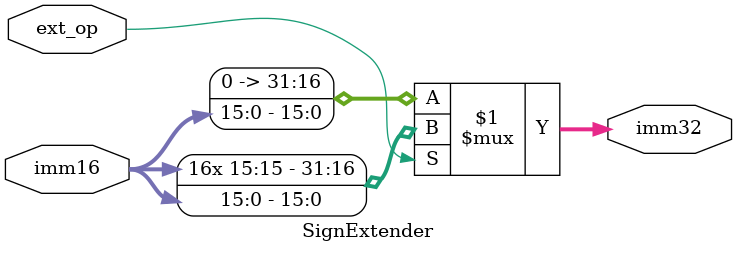
<source format=v>
module SignExtender(
    input [15:0] imm16,
    input ext_op,
    output [31:0] imm32
);

    assign imm32 = ext_op ? {{16{imm16[15]}}, imm16} : {16'h0, imm16};

endmodule

</source>
